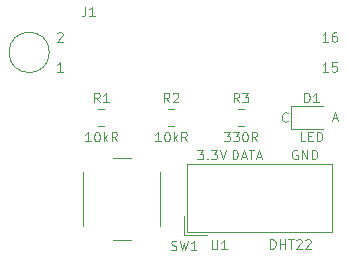
<source format=gbr>
G04 #@! TF.GenerationSoftware,KiCad,Pcbnew,(5.1.2)-1*
G04 #@! TF.CreationDate,2019-04-29T10:05:08+02:00*
G04 #@! TF.ProjectId,RPI FS HAT,52504920-4653-4204-9841-542e6b696361,1*
G04 #@! TF.SameCoordinates,Original*
G04 #@! TF.FileFunction,Legend,Top*
G04 #@! TF.FilePolarity,Positive*
%FSLAX46Y46*%
G04 Gerber Fmt 4.6, Leading zero omitted, Abs format (unit mm)*
G04 Created by KiCad (PCBNEW (5.1.2)-1) date 2019-04-29 10:05:08*
%MOMM*%
%LPD*%
G04 APERTURE LIST*
%ADD10C,0.120000*%
G04 APERTURE END LIST*
D10*
X175572790Y-57531000D02*
G75*
G03X175572790Y-57531000I-1709790J0D01*
G01*
X178612833Y-53663904D02*
X178612833Y-54235333D01*
X178574738Y-54349619D01*
X178498547Y-54425809D01*
X178384261Y-54463904D01*
X178308071Y-54463904D01*
X179412833Y-54463904D02*
X178955690Y-54463904D01*
X179184261Y-54463904D02*
X179184261Y-53663904D01*
X179108071Y-53778190D01*
X179031880Y-53854380D01*
X178955690Y-53892476D01*
X199174119Y-59162904D02*
X198716976Y-59162904D01*
X198945547Y-59162904D02*
X198945547Y-58362904D01*
X198869357Y-58477190D01*
X198793166Y-58553380D01*
X198716976Y-58591476D01*
X199897928Y-58362904D02*
X199516976Y-58362904D01*
X199478880Y-58743857D01*
X199516976Y-58705761D01*
X199593166Y-58667666D01*
X199783642Y-58667666D01*
X199859833Y-58705761D01*
X199897928Y-58743857D01*
X199936023Y-58820047D01*
X199936023Y-59010523D01*
X199897928Y-59086714D01*
X199859833Y-59124809D01*
X199783642Y-59162904D01*
X199593166Y-59162904D01*
X199516976Y-59124809D01*
X199478880Y-59086714D01*
X199174119Y-56622904D02*
X198716976Y-56622904D01*
X198945547Y-56622904D02*
X198945547Y-55822904D01*
X198869357Y-55937190D01*
X198793166Y-56013380D01*
X198716976Y-56051476D01*
X199859833Y-55822904D02*
X199707452Y-55822904D01*
X199631261Y-55861000D01*
X199593166Y-55899095D01*
X199516976Y-56013380D01*
X199478880Y-56165761D01*
X199478880Y-56470523D01*
X199516976Y-56546714D01*
X199555071Y-56584809D01*
X199631261Y-56622904D01*
X199783642Y-56622904D01*
X199859833Y-56584809D01*
X199897928Y-56546714D01*
X199936023Y-56470523D01*
X199936023Y-56280047D01*
X199897928Y-56203857D01*
X199859833Y-56165761D01*
X199783642Y-56127666D01*
X199631261Y-56127666D01*
X199555071Y-56165761D01*
X199516976Y-56203857D01*
X199478880Y-56280047D01*
X176237928Y-55899095D02*
X176276023Y-55861000D01*
X176352214Y-55822904D01*
X176542690Y-55822904D01*
X176618880Y-55861000D01*
X176656976Y-55899095D01*
X176695071Y-55975285D01*
X176695071Y-56051476D01*
X176656976Y-56165761D01*
X176199833Y-56622904D01*
X176695071Y-56622904D01*
X176695071Y-59162904D02*
X176237928Y-59162904D01*
X176466500Y-59162904D02*
X176466500Y-58362904D01*
X176390309Y-58477190D01*
X176314119Y-58553380D01*
X176237928Y-58591476D01*
X191078000Y-66592404D02*
X191078000Y-65792404D01*
X191268476Y-65792404D01*
X191382761Y-65830500D01*
X191458952Y-65906690D01*
X191497047Y-65982880D01*
X191535142Y-66135261D01*
X191535142Y-66249547D01*
X191497047Y-66401928D01*
X191458952Y-66478119D01*
X191382761Y-66554309D01*
X191268476Y-66592404D01*
X191078000Y-66592404D01*
X191839904Y-66363833D02*
X192220857Y-66363833D01*
X191763714Y-66592404D02*
X192030380Y-65792404D01*
X192297047Y-66592404D01*
X192449428Y-65792404D02*
X192906571Y-65792404D01*
X192678000Y-66592404D02*
X192678000Y-65792404D01*
X193135142Y-66363833D02*
X193516095Y-66363833D01*
X193058952Y-66592404D02*
X193325619Y-65792404D01*
X193592285Y-66592404D01*
X196557976Y-65830500D02*
X196481785Y-65792404D01*
X196367500Y-65792404D01*
X196253214Y-65830500D01*
X196177023Y-65906690D01*
X196138928Y-65982880D01*
X196100833Y-66135261D01*
X196100833Y-66249547D01*
X196138928Y-66401928D01*
X196177023Y-66478119D01*
X196253214Y-66554309D01*
X196367500Y-66592404D01*
X196443690Y-66592404D01*
X196557976Y-66554309D01*
X196596071Y-66516214D01*
X196596071Y-66249547D01*
X196443690Y-66249547D01*
X196938928Y-66592404D02*
X196938928Y-65792404D01*
X197396071Y-66592404D01*
X197396071Y-65792404D01*
X197777023Y-66592404D02*
X197777023Y-65792404D01*
X197967500Y-65792404D01*
X198081785Y-65830500D01*
X198157976Y-65906690D01*
X198196071Y-65982880D01*
X198234166Y-66135261D01*
X198234166Y-66249547D01*
X198196071Y-66401928D01*
X198157976Y-66478119D01*
X198081785Y-66554309D01*
X197967500Y-66592404D01*
X197777023Y-66592404D01*
X188112547Y-65792404D02*
X188607785Y-65792404D01*
X188341119Y-66097166D01*
X188455404Y-66097166D01*
X188531595Y-66135261D01*
X188569690Y-66173357D01*
X188607785Y-66249547D01*
X188607785Y-66440023D01*
X188569690Y-66516214D01*
X188531595Y-66554309D01*
X188455404Y-66592404D01*
X188226833Y-66592404D01*
X188150642Y-66554309D01*
X188112547Y-66516214D01*
X188950642Y-66516214D02*
X188988738Y-66554309D01*
X188950642Y-66592404D01*
X188912547Y-66554309D01*
X188950642Y-66516214D01*
X188950642Y-66592404D01*
X189255404Y-65792404D02*
X189750642Y-65792404D01*
X189483976Y-66097166D01*
X189598261Y-66097166D01*
X189674452Y-66135261D01*
X189712547Y-66173357D01*
X189750642Y-66249547D01*
X189750642Y-66440023D01*
X189712547Y-66516214D01*
X189674452Y-66554309D01*
X189598261Y-66592404D01*
X189369690Y-66592404D01*
X189293500Y-66554309D01*
X189255404Y-66516214D01*
X189979214Y-65792404D02*
X190245880Y-66592404D01*
X190512547Y-65792404D01*
X199580523Y-63125333D02*
X199961476Y-63125333D01*
X199504333Y-63353904D02*
X199771000Y-62553904D01*
X200037666Y-63353904D01*
X195764119Y-63341214D02*
X195726023Y-63379309D01*
X195611738Y-63417404D01*
X195535547Y-63417404D01*
X195421261Y-63379309D01*
X195345071Y-63303119D01*
X195306976Y-63226928D01*
X195268880Y-63074547D01*
X195268880Y-62960261D01*
X195306976Y-62807880D01*
X195345071Y-62731690D01*
X195421261Y-62655500D01*
X195535547Y-62617404D01*
X195611738Y-62617404D01*
X195726023Y-62655500D01*
X195764119Y-62693595D01*
X198739000Y-62095500D02*
X196054000Y-62095500D01*
X196054000Y-62095500D02*
X196054000Y-64015500D01*
X196054000Y-64015500D02*
X198739000Y-64015500D01*
X179700422Y-62345500D02*
X180217578Y-62345500D01*
X179700422Y-63765500D02*
X180217578Y-63765500D01*
X185613755Y-62345500D02*
X186130911Y-62345500D01*
X185613755Y-63765500D02*
X186130911Y-63765500D01*
X191527088Y-63765500D02*
X192044244Y-63765500D01*
X191527088Y-62345500D02*
X192044244Y-62345500D01*
X184951000Y-72197500D02*
X184951000Y-67697500D01*
X180951000Y-73447500D02*
X182451000Y-73447500D01*
X178451000Y-67697500D02*
X178451000Y-72197500D01*
X182451000Y-66447500D02*
X180951000Y-66447500D01*
X187227500Y-72720000D02*
X187227500Y-66980000D01*
X187227500Y-66970000D02*
X199487500Y-66970000D01*
X199487500Y-66970000D02*
X199487500Y-72730000D01*
X199487500Y-72730000D02*
X187237500Y-72730000D01*
X186947500Y-73010000D02*
X188947500Y-73010000D01*
X186947500Y-73010000D02*
X186947500Y-71400000D01*
X197148523Y-61767404D02*
X197148523Y-60967404D01*
X197339000Y-60967404D01*
X197453285Y-61005500D01*
X197529476Y-61081690D01*
X197567571Y-61157880D01*
X197605666Y-61310261D01*
X197605666Y-61424547D01*
X197567571Y-61576928D01*
X197529476Y-61653119D01*
X197453285Y-61729309D01*
X197339000Y-61767404D01*
X197148523Y-61767404D01*
X198367571Y-61767404D02*
X197910428Y-61767404D01*
X198139000Y-61767404D02*
X198139000Y-60967404D01*
X198062809Y-61081690D01*
X197986619Y-61157880D01*
X197910428Y-61195976D01*
X197224714Y-65067404D02*
X196843761Y-65067404D01*
X196843761Y-64267404D01*
X197491380Y-64648357D02*
X197758047Y-64648357D01*
X197872333Y-65067404D02*
X197491380Y-65067404D01*
X197491380Y-64267404D01*
X197872333Y-64267404D01*
X198215190Y-65067404D02*
X198215190Y-64267404D01*
X198405666Y-64267404D01*
X198519952Y-64305500D01*
X198596142Y-64381690D01*
X198634238Y-64457880D01*
X198672333Y-64610261D01*
X198672333Y-64724547D01*
X198634238Y-64876928D01*
X198596142Y-64953119D01*
X198519952Y-65029309D01*
X198405666Y-65067404D01*
X198215190Y-65067404D01*
X179825666Y-61767404D02*
X179559000Y-61386452D01*
X179368523Y-61767404D02*
X179368523Y-60967404D01*
X179673285Y-60967404D01*
X179749476Y-61005500D01*
X179787571Y-61043595D01*
X179825666Y-61119785D01*
X179825666Y-61234071D01*
X179787571Y-61310261D01*
X179749476Y-61348357D01*
X179673285Y-61386452D01*
X179368523Y-61386452D01*
X180587571Y-61767404D02*
X180130428Y-61767404D01*
X180359000Y-61767404D02*
X180359000Y-60967404D01*
X180282809Y-61081690D01*
X180206619Y-61157880D01*
X180130428Y-61195976D01*
X179082809Y-65067404D02*
X178625666Y-65067404D01*
X178854238Y-65067404D02*
X178854238Y-64267404D01*
X178778047Y-64381690D01*
X178701857Y-64457880D01*
X178625666Y-64495976D01*
X179578047Y-64267404D02*
X179654238Y-64267404D01*
X179730428Y-64305500D01*
X179768523Y-64343595D01*
X179806619Y-64419785D01*
X179844714Y-64572166D01*
X179844714Y-64762642D01*
X179806619Y-64915023D01*
X179768523Y-64991214D01*
X179730428Y-65029309D01*
X179654238Y-65067404D01*
X179578047Y-65067404D01*
X179501857Y-65029309D01*
X179463761Y-64991214D01*
X179425666Y-64915023D01*
X179387571Y-64762642D01*
X179387571Y-64572166D01*
X179425666Y-64419785D01*
X179463761Y-64343595D01*
X179501857Y-64305500D01*
X179578047Y-64267404D01*
X180187571Y-65067404D02*
X180187571Y-64267404D01*
X180263761Y-64762642D02*
X180492333Y-65067404D01*
X180492333Y-64534071D02*
X180187571Y-64838833D01*
X181292333Y-65067404D02*
X181025666Y-64686452D01*
X180835190Y-65067404D02*
X180835190Y-64267404D01*
X181139952Y-64267404D01*
X181216142Y-64305500D01*
X181254238Y-64343595D01*
X181292333Y-64419785D01*
X181292333Y-64534071D01*
X181254238Y-64610261D01*
X181216142Y-64648357D01*
X181139952Y-64686452D01*
X180835190Y-64686452D01*
X185738999Y-61767404D02*
X185472333Y-61386452D01*
X185281856Y-61767404D02*
X185281856Y-60967404D01*
X185586618Y-60967404D01*
X185662809Y-61005500D01*
X185700904Y-61043595D01*
X185738999Y-61119785D01*
X185738999Y-61234071D01*
X185700904Y-61310261D01*
X185662809Y-61348357D01*
X185586618Y-61386452D01*
X185281856Y-61386452D01*
X186043761Y-61043595D02*
X186081856Y-61005500D01*
X186158047Y-60967404D01*
X186348523Y-60967404D01*
X186424713Y-61005500D01*
X186462809Y-61043595D01*
X186500904Y-61119785D01*
X186500904Y-61195976D01*
X186462809Y-61310261D01*
X186005666Y-61767404D01*
X186500904Y-61767404D01*
X184996142Y-65067404D02*
X184538999Y-65067404D01*
X184767571Y-65067404D02*
X184767571Y-64267404D01*
X184691380Y-64381690D01*
X184615190Y-64457880D01*
X184538999Y-64495976D01*
X185491380Y-64267404D02*
X185567571Y-64267404D01*
X185643761Y-64305500D01*
X185681856Y-64343595D01*
X185719952Y-64419785D01*
X185758047Y-64572166D01*
X185758047Y-64762642D01*
X185719952Y-64915023D01*
X185681856Y-64991214D01*
X185643761Y-65029309D01*
X185567571Y-65067404D01*
X185491380Y-65067404D01*
X185415190Y-65029309D01*
X185377094Y-64991214D01*
X185338999Y-64915023D01*
X185300904Y-64762642D01*
X185300904Y-64572166D01*
X185338999Y-64419785D01*
X185377094Y-64343595D01*
X185415190Y-64305500D01*
X185491380Y-64267404D01*
X186100904Y-65067404D02*
X186100904Y-64267404D01*
X186177094Y-64762642D02*
X186405666Y-65067404D01*
X186405666Y-64534071D02*
X186100904Y-64838833D01*
X187205666Y-65067404D02*
X186938999Y-64686452D01*
X186748523Y-65067404D02*
X186748523Y-64267404D01*
X187053285Y-64267404D01*
X187129475Y-64305500D01*
X187167571Y-64343595D01*
X187205666Y-64419785D01*
X187205666Y-64534071D01*
X187167571Y-64610261D01*
X187129475Y-64648357D01*
X187053285Y-64686452D01*
X186748523Y-64686452D01*
X191652332Y-61767404D02*
X191385666Y-61386452D01*
X191195189Y-61767404D02*
X191195189Y-60967404D01*
X191499951Y-60967404D01*
X191576142Y-61005500D01*
X191614237Y-61043595D01*
X191652332Y-61119785D01*
X191652332Y-61234071D01*
X191614237Y-61310261D01*
X191576142Y-61348357D01*
X191499951Y-61386452D01*
X191195189Y-61386452D01*
X191918999Y-60967404D02*
X192414237Y-60967404D01*
X192147570Y-61272166D01*
X192261856Y-61272166D01*
X192338046Y-61310261D01*
X192376142Y-61348357D01*
X192414237Y-61424547D01*
X192414237Y-61615023D01*
X192376142Y-61691214D01*
X192338046Y-61729309D01*
X192261856Y-61767404D01*
X192033285Y-61767404D01*
X191957094Y-61729309D01*
X191918999Y-61691214D01*
X190357094Y-64267404D02*
X190852332Y-64267404D01*
X190585666Y-64572166D01*
X190699951Y-64572166D01*
X190776142Y-64610261D01*
X190814237Y-64648357D01*
X190852332Y-64724547D01*
X190852332Y-64915023D01*
X190814237Y-64991214D01*
X190776142Y-65029309D01*
X190699951Y-65067404D01*
X190471380Y-65067404D01*
X190395189Y-65029309D01*
X190357094Y-64991214D01*
X191118999Y-64267404D02*
X191614237Y-64267404D01*
X191347570Y-64572166D01*
X191461856Y-64572166D01*
X191538046Y-64610261D01*
X191576142Y-64648357D01*
X191614237Y-64724547D01*
X191614237Y-64915023D01*
X191576142Y-64991214D01*
X191538046Y-65029309D01*
X191461856Y-65067404D01*
X191233285Y-65067404D01*
X191157094Y-65029309D01*
X191118999Y-64991214D01*
X192109475Y-64267404D02*
X192185666Y-64267404D01*
X192261856Y-64305500D01*
X192299951Y-64343595D01*
X192338046Y-64419785D01*
X192376142Y-64572166D01*
X192376142Y-64762642D01*
X192338046Y-64915023D01*
X192299951Y-64991214D01*
X192261856Y-65029309D01*
X192185666Y-65067404D01*
X192109475Y-65067404D01*
X192033285Y-65029309D01*
X191995189Y-64991214D01*
X191957094Y-64915023D01*
X191918999Y-64762642D01*
X191918999Y-64572166D01*
X191957094Y-64419785D01*
X191995189Y-64343595D01*
X192033285Y-64305500D01*
X192109475Y-64267404D01*
X193176142Y-65067404D02*
X192909475Y-64686452D01*
X192718999Y-65067404D02*
X192718999Y-64267404D01*
X193023761Y-64267404D01*
X193099951Y-64305500D01*
X193138046Y-64343595D01*
X193176142Y-64419785D01*
X193176142Y-64534071D01*
X193138046Y-64610261D01*
X193099951Y-64648357D01*
X193023761Y-64686452D01*
X192718999Y-64686452D01*
X185877333Y-74237809D02*
X185991619Y-74275904D01*
X186182095Y-74275904D01*
X186258285Y-74237809D01*
X186296380Y-74199714D01*
X186334476Y-74123523D01*
X186334476Y-74047333D01*
X186296380Y-73971142D01*
X186258285Y-73933047D01*
X186182095Y-73894952D01*
X186029714Y-73856857D01*
X185953523Y-73818761D01*
X185915428Y-73780666D01*
X185877333Y-73704476D01*
X185877333Y-73628285D01*
X185915428Y-73552095D01*
X185953523Y-73514000D01*
X186029714Y-73475904D01*
X186220190Y-73475904D01*
X186334476Y-73514000D01*
X186601142Y-73475904D02*
X186791619Y-74275904D01*
X186944000Y-73704476D01*
X187096380Y-74275904D01*
X187286857Y-73475904D01*
X188010666Y-74275904D02*
X187553523Y-74275904D01*
X187782095Y-74275904D02*
X187782095Y-73475904D01*
X187705904Y-73590190D01*
X187629714Y-73666380D01*
X187553523Y-73704476D01*
X189318976Y-73412404D02*
X189318976Y-74060023D01*
X189357071Y-74136214D01*
X189395166Y-74174309D01*
X189471357Y-74212404D01*
X189623738Y-74212404D01*
X189699928Y-74174309D01*
X189738023Y-74136214D01*
X189776119Y-74060023D01*
X189776119Y-73412404D01*
X190576119Y-74212404D02*
X190118976Y-74212404D01*
X190347547Y-74212404D02*
X190347547Y-73412404D01*
X190271357Y-73526690D01*
X190195166Y-73602880D01*
X190118976Y-73640976D01*
X194265761Y-74148904D02*
X194265761Y-73348904D01*
X194456238Y-73348904D01*
X194570523Y-73387000D01*
X194646714Y-73463190D01*
X194684809Y-73539380D01*
X194722904Y-73691761D01*
X194722904Y-73806047D01*
X194684809Y-73958428D01*
X194646714Y-74034619D01*
X194570523Y-74110809D01*
X194456238Y-74148904D01*
X194265761Y-74148904D01*
X195065761Y-74148904D02*
X195065761Y-73348904D01*
X195065761Y-73729857D02*
X195522904Y-73729857D01*
X195522904Y-74148904D02*
X195522904Y-73348904D01*
X195789571Y-73348904D02*
X196246714Y-73348904D01*
X196018142Y-74148904D02*
X196018142Y-73348904D01*
X196475285Y-73425095D02*
X196513380Y-73387000D01*
X196589571Y-73348904D01*
X196780047Y-73348904D01*
X196856238Y-73387000D01*
X196894333Y-73425095D01*
X196932428Y-73501285D01*
X196932428Y-73577476D01*
X196894333Y-73691761D01*
X196437190Y-74148904D01*
X196932428Y-74148904D01*
X197237190Y-73425095D02*
X197275285Y-73387000D01*
X197351476Y-73348904D01*
X197541952Y-73348904D01*
X197618142Y-73387000D01*
X197656238Y-73425095D01*
X197694333Y-73501285D01*
X197694333Y-73577476D01*
X197656238Y-73691761D01*
X197199095Y-74148904D01*
X197694333Y-74148904D01*
M02*

</source>
